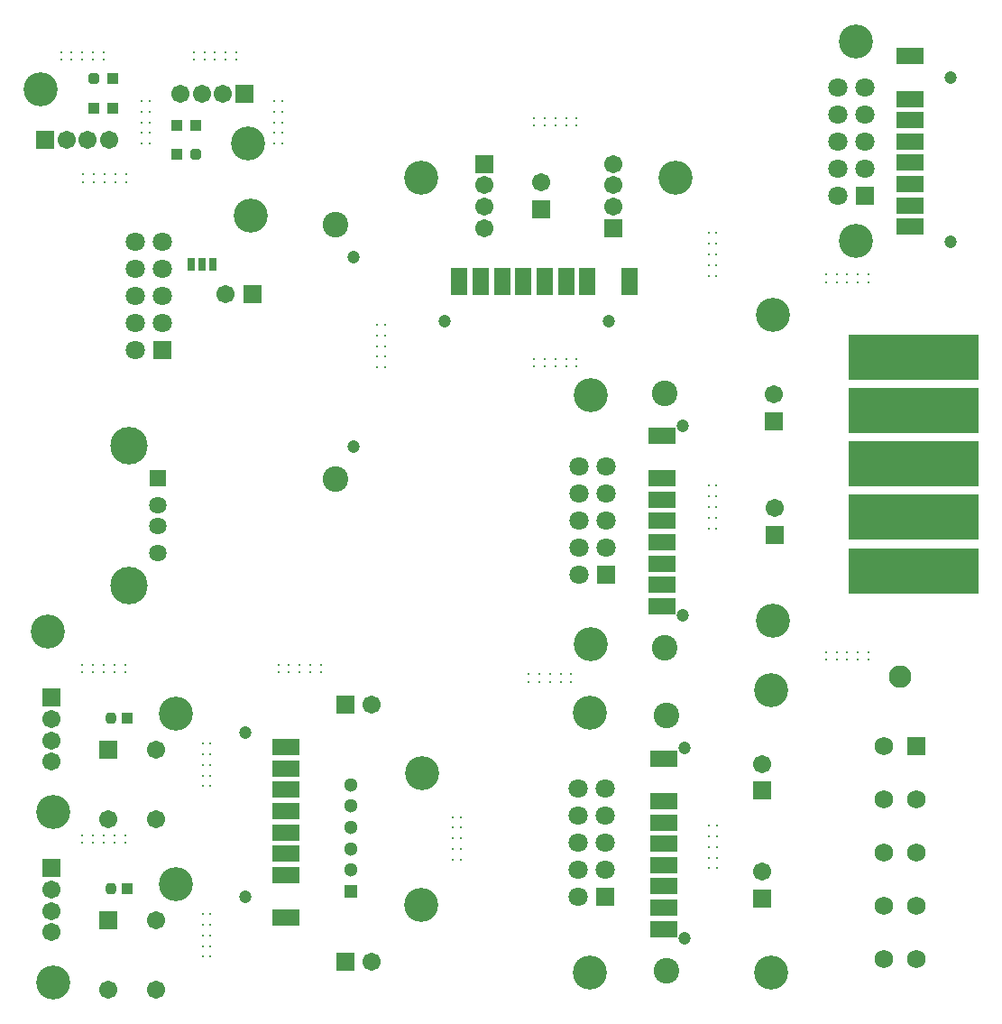
<source format=gbs>
G04*
G04 #@! TF.GenerationSoftware,Altium Limited,Altium Designer,20.1.8 (145)*
G04*
G04 Layer_Color=16711935*
%FSLAX25Y25*%
%MOIN*%
G70*
G04*
G04 #@! TF.SameCoordinates,29347EB1-9AE6-4B45-909D-0775014661E7*
G04*
G04*
G04 #@! TF.FilePolarity,Negative*
G04*
G01*
G75*
%ADD40C,0.05118*%
%ADD41R,0.05118X0.05118*%
%ADD69R,0.48044X0.16548*%
%ADD71R,0.03950X0.03950*%
G04:AMPARAMS|DCode=72|XSize=39.5mil|YSize=39.5mil|CornerRadius=11.87mil|HoleSize=0mil|Usage=FLASHONLY|Rotation=0.000|XOffset=0mil|YOffset=0mil|HoleType=Round|Shape=RoundedRectangle|*
%AMROUNDEDRECTD72*
21,1,0.03950,0.01575,0,0,0.0*
21,1,0.01575,0.03950,0,0,0.0*
1,1,0.02375,0.00787,-0.00787*
1,1,0.02375,-0.00787,-0.00787*
1,1,0.02375,-0.00787,0.00787*
1,1,0.02375,0.00787,0.00787*
%
%ADD72ROUNDEDRECTD72*%
%ADD73R,0.10367X0.06036*%
%ADD84C,0.00922*%
%ADD85C,0.00800*%
%ADD86C,0.06706*%
%ADD87R,0.06706X0.06706*%
%ADD88R,0.06706X0.06706*%
%ADD89C,0.04737*%
%ADD90C,0.12611*%
%ADD91C,0.08280*%
%ADD92R,0.06824X0.06824*%
%ADD93C,0.06824*%
%ADD94C,0.03162*%
%ADD95C,0.07099*%
%ADD96R,0.07099X0.07099*%
%ADD97C,0.09461*%
%ADD98R,0.06422X0.06422*%
%ADD99C,0.06422*%
%ADD100C,0.13855*%
%ADD101R,0.06036X0.10367*%
%ADD102R,0.02769X0.04737*%
%ADD103R,0.03950X0.04147*%
G04:AMPARAMS|DCode=104|XSize=41.47mil|YSize=39.5mil|CornerRadius=11.87mil|HoleSize=0mil|Usage=FLASHONLY|Rotation=270.000|XOffset=0mil|YOffset=0mil|HoleType=Round|Shape=RoundedRectangle|*
%AMROUNDEDRECTD104*
21,1,0.04147,0.01575,0,0,270.0*
21,1,0.01772,0.03950,0,0,270.0*
1,1,0.02375,-0.00787,-0.00886*
1,1,0.02375,-0.00787,0.00886*
1,1,0.02375,0.00787,0.00886*
1,1,0.02375,0.00787,-0.00886*
%
%ADD104ROUNDEDRECTD104*%
D40*
X123941Y81248D02*
D03*
Y73374D02*
D03*
Y65500D02*
D03*
Y57626D02*
D03*
Y49752D02*
D03*
D41*
Y41878D02*
D03*
D69*
X332004Y160339D02*
D03*
Y180024D02*
D03*
Y199709D02*
D03*
Y219394D02*
D03*
Y239079D02*
D03*
D71*
X41339Y105799D02*
D03*
X41339Y42807D02*
D03*
D72*
X35433Y105799D02*
D03*
X35433Y42807D02*
D03*
D73*
X99941Y47878D02*
D03*
Y55752D02*
D03*
Y71500D02*
D03*
Y79374D02*
D03*
Y87248D02*
D03*
Y95122D02*
D03*
Y32130D02*
D03*
Y63626D02*
D03*
X330709Y334646D02*
D03*
Y326772D02*
D03*
Y311024D02*
D03*
Y303150D02*
D03*
Y295276D02*
D03*
Y287402D02*
D03*
Y350394D02*
D03*
Y318898D02*
D03*
X239764Y75197D02*
D03*
Y67323D02*
D03*
Y51575D02*
D03*
Y43701D02*
D03*
Y35827D02*
D03*
Y27953D02*
D03*
Y90945D02*
D03*
Y59449D02*
D03*
X238976Y194496D02*
D03*
Y186622D02*
D03*
Y170874D02*
D03*
Y163000D02*
D03*
Y155126D02*
D03*
Y147252D02*
D03*
Y210244D02*
D03*
Y178748D02*
D03*
D84*
X311417Y266929D02*
D03*
X307480D02*
D03*
X299606D02*
D03*
X303543D02*
D03*
Y269685D02*
D03*
X299606D02*
D03*
X307480D02*
D03*
X311417D02*
D03*
X98622Y322047D02*
D03*
Y318110D02*
D03*
Y325984D02*
D03*
Y329921D02*
D03*
X95866D02*
D03*
Y325984D02*
D03*
Y318110D02*
D03*
Y322047D02*
D03*
X77756Y349213D02*
D03*
X73819D02*
D03*
X69882D02*
D03*
X65945D02*
D03*
X77756Y351969D02*
D03*
X73819D02*
D03*
X69882D02*
D03*
X65945D02*
D03*
X16929D02*
D03*
X20866D02*
D03*
X24803D02*
D03*
X28740D02*
D03*
X16929Y349213D02*
D03*
X20866D02*
D03*
X24803D02*
D03*
X28740D02*
D03*
X46850Y322047D02*
D03*
Y318110D02*
D03*
Y325984D02*
D03*
Y329921D02*
D03*
X49606D02*
D03*
Y325984D02*
D03*
Y318110D02*
D03*
Y322047D02*
D03*
X195669Y324803D02*
D03*
X191732D02*
D03*
X199606D02*
D03*
X203543D02*
D03*
Y327559D02*
D03*
X199606D02*
D03*
X191732D02*
D03*
X195669D02*
D03*
X259055Y281102D02*
D03*
Y277165D02*
D03*
Y269291D02*
D03*
Y273228D02*
D03*
X256299D02*
D03*
Y269291D02*
D03*
Y277165D02*
D03*
Y281102D02*
D03*
X311417Y130315D02*
D03*
X307480D02*
D03*
X299606D02*
D03*
X303543D02*
D03*
Y127559D02*
D03*
X299606D02*
D03*
X307480D02*
D03*
X311417D02*
D03*
X195669Y235827D02*
D03*
X191732D02*
D03*
X199606D02*
D03*
X203543D02*
D03*
Y238583D02*
D03*
X199606D02*
D03*
X191732D02*
D03*
X195669D02*
D03*
X259055Y187795D02*
D03*
Y183858D02*
D03*
Y175984D02*
D03*
Y179921D02*
D03*
X256299D02*
D03*
Y175984D02*
D03*
Y183858D02*
D03*
Y187795D02*
D03*
X133858Y239370D02*
D03*
Y235433D02*
D03*
Y243307D02*
D03*
Y247244D02*
D03*
X136614D02*
D03*
Y243307D02*
D03*
Y235433D02*
D03*
Y239370D02*
D03*
X37008Y306693D02*
D03*
X33071D02*
D03*
X25197D02*
D03*
X29134D02*
D03*
Y303937D02*
D03*
X25197D02*
D03*
X33071D02*
D03*
X37008D02*
D03*
X201575Y122047D02*
D03*
X197638D02*
D03*
X189764D02*
D03*
X193701D02*
D03*
Y119291D02*
D03*
X189764D02*
D03*
X197638D02*
D03*
X201575D02*
D03*
X259252Y62205D02*
D03*
Y58268D02*
D03*
Y50394D02*
D03*
Y54331D02*
D03*
X256496D02*
D03*
Y50394D02*
D03*
Y58268D02*
D03*
Y62205D02*
D03*
X161811Y65354D02*
D03*
Y61417D02*
D03*
Y53543D02*
D03*
Y57480D02*
D03*
X164567D02*
D03*
Y53543D02*
D03*
Y61417D02*
D03*
Y65354D02*
D03*
X109055Y122835D02*
D03*
X105118D02*
D03*
X97244D02*
D03*
X101181D02*
D03*
Y125591D02*
D03*
X97244D02*
D03*
X105118D02*
D03*
X109055D02*
D03*
X36614Y122835D02*
D03*
X32677D02*
D03*
X24803D02*
D03*
X28740D02*
D03*
Y125591D02*
D03*
X24803D02*
D03*
X32677D02*
D03*
X36614D02*
D03*
X69291Y92520D02*
D03*
Y88583D02*
D03*
Y80709D02*
D03*
Y84646D02*
D03*
X72047D02*
D03*
Y80709D02*
D03*
Y88583D02*
D03*
Y92520D02*
D03*
X72047Y29528D02*
D03*
Y25591D02*
D03*
Y17717D02*
D03*
Y21654D02*
D03*
X69291D02*
D03*
Y17717D02*
D03*
Y25591D02*
D03*
Y29528D02*
D03*
X36614Y62598D02*
D03*
X32677D02*
D03*
X24803D02*
D03*
X28740D02*
D03*
Y59842D02*
D03*
X24803D02*
D03*
X32677D02*
D03*
X36614D02*
D03*
D85*
X315354Y266929D02*
D03*
Y269685D02*
D03*
X98622Y333858D02*
D03*
X95866D02*
D03*
X81693Y349213D02*
D03*
Y351969D02*
D03*
X32677D02*
D03*
Y349213D02*
D03*
X46850Y333858D02*
D03*
X49606D02*
D03*
X207480Y324803D02*
D03*
Y327559D02*
D03*
X259055Y285039D02*
D03*
X256299D02*
D03*
X315354Y130315D02*
D03*
Y127559D02*
D03*
X207480Y235827D02*
D03*
Y238583D02*
D03*
X259055Y191732D02*
D03*
X256299D02*
D03*
X133858Y251181D02*
D03*
X136614D02*
D03*
X40945Y306693D02*
D03*
Y303937D02*
D03*
X205512Y122047D02*
D03*
Y119291D02*
D03*
X259252Y66142D02*
D03*
X256496D02*
D03*
X161811Y69291D02*
D03*
X164567D02*
D03*
X112992Y122835D02*
D03*
Y125591D02*
D03*
X40551Y122835D02*
D03*
Y125591D02*
D03*
X69291Y96457D02*
D03*
X72047D02*
D03*
X72047Y33465D02*
D03*
X69291D02*
D03*
X40551Y62598D02*
D03*
Y59842D02*
D03*
D86*
X194488Y303740D02*
D03*
X221063Y302756D02*
D03*
Y294882D02*
D03*
Y310630D02*
D03*
X173228Y287008D02*
D03*
Y302756D02*
D03*
Y294882D02*
D03*
X131783Y16000D02*
D03*
X131783Y111000D02*
D03*
X276181Y88976D02*
D03*
Y49016D02*
D03*
X280315Y225394D02*
D03*
X280709Y183465D02*
D03*
X77842Y262543D02*
D03*
X34622Y319587D02*
D03*
X18874D02*
D03*
X26748D02*
D03*
X61047Y336587D02*
D03*
X76795D02*
D03*
X68921D02*
D03*
X13386Y89764D02*
D03*
Y105512D02*
D03*
Y97638D02*
D03*
X34449Y68594D02*
D03*
X52165D02*
D03*
Y94185D02*
D03*
X13386Y26772D02*
D03*
Y42520D02*
D03*
Y34646D02*
D03*
X34449Y5602D02*
D03*
X52165D02*
D03*
Y31193D02*
D03*
D87*
X194488Y293898D02*
D03*
X276181Y79134D02*
D03*
Y39173D02*
D03*
X280315Y215551D02*
D03*
X280709Y173622D02*
D03*
X11000Y319587D02*
D03*
X84669Y336587D02*
D03*
D88*
X221063Y287008D02*
D03*
X173228Y310630D02*
D03*
X121941Y16000D02*
D03*
Y111000D02*
D03*
X87685Y262543D02*
D03*
X13386Y113386D02*
D03*
X34449Y94185D02*
D03*
X13386Y50394D02*
D03*
X34449Y31193D02*
D03*
D89*
X219293Y252362D02*
D03*
X158663D02*
D03*
X84980Y40002D02*
D03*
Y100632D02*
D03*
X345669Y342522D02*
D03*
Y281892D02*
D03*
X247488Y94691D02*
D03*
Y24612D02*
D03*
X125134Y276120D02*
D03*
Y206041D02*
D03*
X246701Y213990D02*
D03*
Y143911D02*
D03*
D90*
X150000Y305512D02*
D03*
X244094D02*
D03*
X149941Y37000D02*
D03*
X150441Y85500D02*
D03*
X279331Y116142D02*
D03*
Y11811D02*
D03*
X279921Y141732D02*
D03*
Y254724D02*
D03*
X310630Y282283D02*
D03*
Y355906D02*
D03*
X212205Y107874D02*
D03*
Y11811D02*
D03*
X11898Y137740D02*
D03*
X87094Y291677D02*
D03*
X212598Y133079D02*
D03*
Y225205D02*
D03*
X9500Y338087D02*
D03*
X86169Y318087D02*
D03*
X59449Y107374D02*
D03*
X14173Y71153D02*
D03*
X59449Y44382D02*
D03*
X14173Y8161D02*
D03*
D91*
X326969Y121260D02*
D03*
D92*
X332874Y95669D02*
D03*
D93*
X321063D02*
D03*
X332874Y75984D02*
D03*
X321063D02*
D03*
X332874Y56299D02*
D03*
X321063D02*
D03*
X332874Y36614D02*
D03*
X321063D02*
D03*
X332874Y16929D02*
D03*
X321063D02*
D03*
D94*
X332004Y160339D02*
D03*
Y180024D02*
D03*
Y199709D02*
D03*
Y219394D02*
D03*
Y239079D02*
D03*
D95*
X313937Y338740D02*
D03*
Y328740D02*
D03*
X303937Y338740D02*
D03*
Y328740D02*
D03*
X313937Y318740D02*
D03*
X303937D02*
D03*
Y308740D02*
D03*
X313937D02*
D03*
X303937Y298740D02*
D03*
X218130Y79843D02*
D03*
Y69842D02*
D03*
X208130Y79843D02*
D03*
Y69842D02*
D03*
X218130Y59842D02*
D03*
X208130D02*
D03*
Y49843D02*
D03*
X218130D02*
D03*
X208130Y39843D02*
D03*
X44437Y241756D02*
D03*
X54437Y251756D02*
D03*
X44437D02*
D03*
Y261756D02*
D03*
X54437D02*
D03*
X44437Y271756D02*
D03*
Y281756D02*
D03*
X54437Y271756D02*
D03*
Y281756D02*
D03*
X208524Y158748D02*
D03*
X218524Y168748D02*
D03*
X208524D02*
D03*
Y178748D02*
D03*
X218524D02*
D03*
X208524Y188748D02*
D03*
Y198748D02*
D03*
X218524Y188748D02*
D03*
Y198748D02*
D03*
D96*
X313937Y298740D02*
D03*
X218130Y39843D02*
D03*
X54437Y241756D02*
D03*
X218524Y158748D02*
D03*
D97*
X240795Y12604D02*
D03*
Y106699D02*
D03*
X118441Y194034D02*
D03*
Y288128D02*
D03*
X240008Y131904D02*
D03*
Y225998D02*
D03*
D98*
X52842Y194433D02*
D03*
D99*
Y184591D02*
D03*
Y176717D02*
D03*
Y166874D02*
D03*
D100*
X42173Y206520D02*
D03*
Y154787D02*
D03*
D101*
X211417Y267323D02*
D03*
X203543D02*
D03*
X187795D02*
D03*
X179921D02*
D03*
X172047D02*
D03*
X164173D02*
D03*
X227165D02*
D03*
X195669D02*
D03*
D102*
X65047Y273567D02*
D03*
X68984D02*
D03*
X72921D02*
D03*
D103*
X36000Y331260D02*
D03*
X28913D02*
D03*
X36000Y342087D02*
D03*
X59669Y324913D02*
D03*
X66756D02*
D03*
X59669Y314087D02*
D03*
D104*
X28913Y342087D02*
D03*
X66756Y314087D02*
D03*
M02*

</source>
